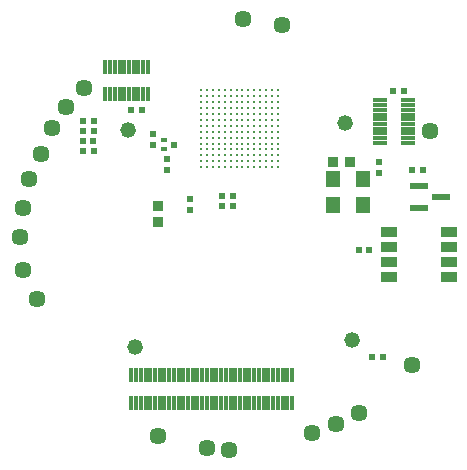
<source format=gbs>
%FSLAX25Y25*%
%MOIN*%
G70*
G01*
G75*
G04 Layer_Color=16711935*
%ADD10C,0.01000*%
%ADD11C,0.00512*%
%ADD12C,0.02000*%
%ADD13R,0.00787X0.04488*%
%ADD14R,0.01969X0.01969*%
%ADD15R,0.03000X0.03000*%
%ADD16R,0.01969X0.01969*%
%ADD17R,0.03000X0.03000*%
G04:AMPARAMS|DCode=18|XSize=33.47mil|YSize=11.02mil|CornerRadius=2.76mil|HoleSize=0mil|Usage=FLASHONLY|Rotation=0.000|XOffset=0mil|YOffset=0mil|HoleType=Round|Shape=RoundedRectangle|*
%AMROUNDEDRECTD18*
21,1,0.03347,0.00551,0,0,0.0*
21,1,0.02795,0.01102,0,0,0.0*
1,1,0.00551,0.01398,-0.00276*
1,1,0.00551,-0.01398,-0.00276*
1,1,0.00551,-0.01398,0.00276*
1,1,0.00551,0.01398,0.00276*
%
%ADD18ROUNDEDRECTD18*%
G04:AMPARAMS|DCode=19|XSize=33.47mil|YSize=11.02mil|CornerRadius=2.76mil|HoleSize=0mil|Usage=FLASHONLY|Rotation=90.000|XOffset=0mil|YOffset=0mil|HoleType=Round|Shape=RoundedRectangle|*
%AMROUNDEDRECTD19*
21,1,0.03347,0.00551,0,0,90.0*
21,1,0.02795,0.01102,0,0,90.0*
1,1,0.00551,0.00276,0.01398*
1,1,0.00551,0.00276,-0.01398*
1,1,0.00551,-0.00276,-0.01398*
1,1,0.00551,-0.00276,0.01398*
%
%ADD19ROUNDEDRECTD19*%
%ADD20R,0.03150X0.03150*%
%ADD21R,0.02165X0.01260*%
%ADD22R,0.01260X0.02165*%
%ADD23R,0.11417X0.11417*%
G04:AMPARAMS|DCode=24|XSize=19.69mil|YSize=10.63mil|CornerRadius=0mil|HoleSize=0mil|Usage=FLASHONLY|Rotation=326.000|XOffset=0mil|YOffset=0mil|HoleType=Round|Shape=Rectangle|*
%AMROTATEDRECTD24*
4,1,4,-0.01113,0.00110,-0.00519,0.00991,0.01113,-0.00110,0.00519,-0.00991,-0.01113,0.00110,0.0*
%
%ADD24ROTATEDRECTD24*%

G04:AMPARAMS|DCode=25|XSize=21.65mil|YSize=10.63mil|CornerRadius=0mil|HoleSize=0mil|Usage=FLASHONLY|Rotation=326.000|XOffset=0mil|YOffset=0mil|HoleType=Round|Shape=Rectangle|*
%AMROTATEDRECTD25*
4,1,4,-0.01195,0.00165,-0.00600,0.01046,0.01195,-0.00165,0.00600,-0.01046,-0.01195,0.00165,0.0*
%
%ADD25ROTATEDRECTD25*%

%ADD26P,0.08574X4X281.0*%
G04:AMPARAMS|DCode=27|XSize=19.69mil|YSize=10.63mil|CornerRadius=0mil|HoleSize=0mil|Usage=FLASHONLY|Rotation=56.000|XOffset=0mil|YOffset=0mil|HoleType=Round|Shape=Rectangle|*
%AMROTATEDRECTD27*
4,1,4,-0.00110,-0.01113,-0.00991,-0.00519,0.00110,0.01113,0.00991,0.00519,-0.00110,-0.01113,0.0*
%
%ADD27ROTATEDRECTD27*%

G04:AMPARAMS|DCode=28|XSize=21.65mil|YSize=10.63mil|CornerRadius=0mil|HoleSize=0mil|Usage=FLASHONLY|Rotation=56.000|XOffset=0mil|YOffset=0mil|HoleType=Round|Shape=Rectangle|*
%AMROTATEDRECTD28*
4,1,4,-0.00165,-0.01195,-0.01046,-0.00600,0.00165,0.01195,0.01046,0.00600,-0.00165,-0.01195,0.0*
%
%ADD28ROTATEDRECTD28*%

%ADD29R,0.03543X0.03740*%
%ADD30C,0.01969*%
%ADD31C,0.06811*%
%ADD32R,0.04449X0.05787*%
%ADD33R,0.05079X0.10709*%
%ADD34R,0.06693X0.04331*%
%ADD35R,0.01969X0.02362*%
%ADD36R,0.04331X0.05512*%
%ADD37R,0.04331X0.06693*%
%ADD38R,0.02362X0.00984*%
%ADD39R,0.10236X0.11811*%
%ADD40C,0.02362*%
%ADD41R,0.00984X0.02362*%
%ADD42R,0.12205X0.12205*%
%ADD43R,0.01181X0.01929*%
%ADD44R,0.01181X0.02047*%
%ADD45C,0.01500*%
%ADD46C,0.03000*%
%ADD47C,0.00600*%
%ADD48C,0.05512*%
%ADD49C,0.05000*%
%ADD50C,0.01063*%
%ADD51R,0.05000X0.03000*%
%ADD52R,0.01969X0.01850*%
%ADD53R,0.01969X0.01457*%
%ADD54R,0.04882X0.05079*%
%ADD55C,0.00984*%
%ADD56R,0.04488X0.00787*%
%ADD57R,0.05906X0.02165*%
%ADD58C,0.00700*%
%ADD59C,0.00800*%
%ADD60C,0.01200*%
%ADD61C,0.00984*%
%ADD62C,0.00394*%
%ADD63C,0.00500*%
%ADD64C,0.00787*%
%ADD65R,0.00987X0.04688*%
%ADD66R,0.02169X0.02169*%
%ADD67R,0.03200X0.03200*%
%ADD68R,0.02169X0.02169*%
%ADD69R,0.03200X0.03200*%
G04:AMPARAMS|DCode=70|XSize=35.47mil|YSize=13.02mil|CornerRadius=3.76mil|HoleSize=0mil|Usage=FLASHONLY|Rotation=0.000|XOffset=0mil|YOffset=0mil|HoleType=Round|Shape=RoundedRectangle|*
%AMROUNDEDRECTD70*
21,1,0.03547,0.00551,0,0,0.0*
21,1,0.02795,0.01302,0,0,0.0*
1,1,0.00751,0.01398,-0.00276*
1,1,0.00751,-0.01398,-0.00276*
1,1,0.00751,-0.01398,0.00276*
1,1,0.00751,0.01398,0.00276*
%
%ADD70ROUNDEDRECTD70*%
G04:AMPARAMS|DCode=71|XSize=35.47mil|YSize=13.02mil|CornerRadius=3.76mil|HoleSize=0mil|Usage=FLASHONLY|Rotation=90.000|XOffset=0mil|YOffset=0mil|HoleType=Round|Shape=RoundedRectangle|*
%AMROUNDEDRECTD71*
21,1,0.03547,0.00551,0,0,90.0*
21,1,0.02795,0.01302,0,0,90.0*
1,1,0.00751,0.00276,0.01398*
1,1,0.00751,0.00276,-0.01398*
1,1,0.00751,-0.00276,-0.01398*
1,1,0.00751,-0.00276,0.01398*
%
%ADD71ROUNDEDRECTD71*%
%ADD72R,0.03350X0.03350*%
%ADD73R,0.02365X0.01460*%
%ADD74R,0.01460X0.02365*%
%ADD75R,0.11617X0.11617*%
G04:AMPARAMS|DCode=76|XSize=21.69mil|YSize=12.63mil|CornerRadius=0mil|HoleSize=0mil|Usage=FLASHONLY|Rotation=326.000|XOffset=0mil|YOffset=0mil|HoleType=Round|Shape=Rectangle|*
%AMROTATEDRECTD76*
4,1,4,-0.01252,0.00083,-0.00546,0.01130,0.01252,-0.00083,0.00546,-0.01130,-0.01252,0.00083,0.0*
%
%ADD76ROTATEDRECTD76*%

G04:AMPARAMS|DCode=77|XSize=23.65mil|YSize=12.63mil|CornerRadius=0mil|HoleSize=0mil|Usage=FLASHONLY|Rotation=326.000|XOffset=0mil|YOffset=0mil|HoleType=Round|Shape=Rectangle|*
%AMROTATEDRECTD77*
4,1,4,-0.01334,0.00138,-0.00627,0.01185,0.01334,-0.00138,0.00627,-0.01185,-0.01334,0.00138,0.0*
%
%ADD77ROTATEDRECTD77*%

%ADD78P,0.08857X4X281.0*%
G04:AMPARAMS|DCode=79|XSize=21.69mil|YSize=12.63mil|CornerRadius=0mil|HoleSize=0mil|Usage=FLASHONLY|Rotation=56.000|XOffset=0mil|YOffset=0mil|HoleType=Round|Shape=Rectangle|*
%AMROTATEDRECTD79*
4,1,4,-0.00083,-0.01252,-0.01130,-0.00546,0.00083,0.01252,0.01130,0.00546,-0.00083,-0.01252,0.0*
%
%ADD79ROTATEDRECTD79*%

G04:AMPARAMS|DCode=80|XSize=23.65mil|YSize=12.63mil|CornerRadius=0mil|HoleSize=0mil|Usage=FLASHONLY|Rotation=56.000|XOffset=0mil|YOffset=0mil|HoleType=Round|Shape=Rectangle|*
%AMROTATEDRECTD80*
4,1,4,-0.00138,-0.01334,-0.01185,-0.00627,0.00138,0.01334,0.01185,0.00627,-0.00138,-0.01334,0.0*
%
%ADD80ROTATEDRECTD80*%

%ADD81R,0.03743X0.03940*%
%ADD82C,0.02169*%
%ADD83C,0.07011*%
%ADD84R,0.04649X0.05987*%
%ADD85R,0.05279X0.10909*%
%ADD86R,0.06893X0.04531*%
%ADD87R,0.02169X0.02562*%
%ADD88R,0.04531X0.05712*%
%ADD89R,0.04531X0.06893*%
%ADD90R,0.02562X0.01184*%
%ADD91R,0.10436X0.12011*%
%ADD92C,0.02562*%
%ADD93R,0.12405X0.12405*%
%ADD94R,0.01575X0.02323*%
%ADD95R,0.01575X0.02441*%
%ADD96C,0.05712*%
%ADD97C,0.05200*%
%ADD98R,0.01181X0.04882*%
%ADD99R,0.05200X0.03200*%
%ADD100R,0.02169X0.02050*%
%ADD101R,0.02169X0.01657*%
%ADD102R,0.05082X0.05279*%
%ADD103C,0.01184*%
%ADD104R,0.04882X0.01181*%
%ADD105R,0.06106X0.02365*%
D66*
X-2328Y12918D02*
D03*
X-5871D02*
D03*
X-5922Y9582D02*
D03*
X-2379D02*
D03*
X-32651Y41718D02*
D03*
X-36194D02*
D03*
X61021Y21732D02*
D03*
X57478D02*
D03*
X39529Y-4982D02*
D03*
X43072D02*
D03*
X47571Y-40568D02*
D03*
X44028D02*
D03*
X-52371Y28118D02*
D03*
X-48828D02*
D03*
X-52377Y31427D02*
D03*
X-48834D02*
D03*
X-52371Y34768D02*
D03*
X-48828D02*
D03*
X-52371Y37968D02*
D03*
X-48828D02*
D03*
X54549Y48068D02*
D03*
X51006D02*
D03*
D67*
X31074Y24330D02*
D03*
X36574D02*
D03*
D68*
X-16818Y11922D02*
D03*
Y8379D02*
D03*
X-29118Y30129D02*
D03*
Y33672D02*
D03*
X-24232Y25221D02*
D03*
Y21678D02*
D03*
X46182Y20656D02*
D03*
Y24199D02*
D03*
D69*
X-27418Y4206D02*
D03*
Y9706D02*
D03*
D96*
X-72441Y8849D02*
D03*
X-70431Y18733D02*
D03*
X-73428Y-542D02*
D03*
X63460Y34562D02*
D03*
X39760Y-59338D02*
D03*
X23960Y-66038D02*
D03*
X-27240Y-67038D02*
D03*
X-58040Y42512D02*
D03*
X-52090Y49012D02*
D03*
X-66440Y27012D02*
D03*
X-62740Y35812D02*
D03*
X57260Y-43438D02*
D03*
X-3740Y-71738D02*
D03*
X32060Y-63138D02*
D03*
X-11090Y-71038D02*
D03*
X1110Y71862D02*
D03*
X-72231Y-11751D02*
D03*
X-67528Y-21458D02*
D03*
X14093Y69945D02*
D03*
D97*
X37400Y-35000D02*
D03*
X-35000Y-37400D02*
D03*
X35000Y37400D02*
D03*
X-37400Y35000D02*
D03*
D98*
X-30713Y46844D02*
D03*
X-30713Y56056D02*
D03*
X-32288D02*
D03*
X-32288Y46844D02*
D03*
X-35438D02*
D03*
X-35438Y56056D02*
D03*
X-33863Y56056D02*
D03*
Y46844D02*
D03*
X-37013D02*
D03*
X-37013Y56056D02*
D03*
X-38587Y56056D02*
D03*
X-38587Y46844D02*
D03*
X-44887Y46844D02*
D03*
X-44887Y56056D02*
D03*
X-43312D02*
D03*
X-43312Y46844D02*
D03*
X-40162Y46844D02*
D03*
Y56056D02*
D03*
X-41737Y56056D02*
D03*
Y46844D02*
D03*
X-20464Y-56006D02*
D03*
Y-46794D02*
D03*
X-23614D02*
D03*
Y-56006D02*
D03*
X-26763D02*
D03*
Y-46794D02*
D03*
X-25189D02*
D03*
Y-56006D02*
D03*
X-28338D02*
D03*
Y-46794D02*
D03*
X-29913D02*
D03*
Y-56006D02*
D03*
X-36212D02*
D03*
Y-46794D02*
D03*
X-34637D02*
D03*
Y-56006D02*
D03*
X-31488D02*
D03*
Y-46794D02*
D03*
X-33063D02*
D03*
Y-56006D02*
D03*
X-17315D02*
D03*
Y-46794D02*
D03*
X-15740D02*
D03*
Y-56006D02*
D03*
X-18890D02*
D03*
Y-46794D02*
D03*
X-22039D02*
D03*
Y-56006D02*
D03*
X-14165D02*
D03*
Y-46794D02*
D03*
X-12590D02*
D03*
Y-56006D02*
D03*
X-9441D02*
D03*
Y-46794D02*
D03*
X-11015D02*
D03*
Y-56006D02*
D03*
X-7866D02*
D03*
Y-46794D02*
D03*
X-6291D02*
D03*
Y-56006D02*
D03*
X9457D02*
D03*
Y-46794D02*
D03*
X7882D02*
D03*
Y-56006D02*
D03*
X4733D02*
D03*
Y-46794D02*
D03*
X6307D02*
D03*
Y-56006D02*
D03*
X3158D02*
D03*
Y-46794D02*
D03*
X1583D02*
D03*
Y-56006D02*
D03*
X-3141Y-46794D02*
D03*
Y-56006D02*
D03*
X8D02*
D03*
Y-46794D02*
D03*
X-1567D02*
D03*
Y-56006D02*
D03*
X-4716Y-46794D02*
D03*
Y-56006D02*
D03*
X12607D02*
D03*
Y-46794D02*
D03*
X14181D02*
D03*
Y-56006D02*
D03*
X11032D02*
D03*
Y-46794D02*
D03*
X15756Y-56006D02*
D03*
Y-46794D02*
D03*
X17331D02*
D03*
Y-56006D02*
D03*
D99*
X69568Y-14050D02*
D03*
X49568Y-4050D02*
D03*
Y950D02*
D03*
X69568D02*
D03*
Y-9050D02*
D03*
X49568D02*
D03*
Y-14050D02*
D03*
X69568Y-4050D02*
D03*
D100*
X-22095Y30126D02*
D03*
D101*
X-25245Y28552D02*
D03*
Y31701D02*
D03*
D102*
X31049Y9878D02*
D03*
X41049Y18737D02*
D03*
X31049D02*
D03*
X41049Y9878D02*
D03*
D103*
X-12945Y22605D02*
D03*
X-10977D02*
D03*
X-9008D02*
D03*
X-7040D02*
D03*
X-5071D02*
D03*
X-3103D02*
D03*
X-1134D02*
D03*
X834D02*
D03*
X2803D02*
D03*
X4771D02*
D03*
X6740D02*
D03*
X8708D02*
D03*
X10677D02*
D03*
X12645D02*
D03*
X-12945Y24573D02*
D03*
X-10977D02*
D03*
X-9008D02*
D03*
X-7040D02*
D03*
X-5071D02*
D03*
X-3103D02*
D03*
X-1134D02*
D03*
X834D02*
D03*
X2803D02*
D03*
X4771D02*
D03*
X6740D02*
D03*
X8708D02*
D03*
X10677D02*
D03*
X12645D02*
D03*
X-12945Y26542D02*
D03*
X-10977D02*
D03*
X-9008D02*
D03*
X-7040D02*
D03*
X-5071D02*
D03*
X-3103D02*
D03*
X-1134D02*
D03*
X834D02*
D03*
X2803D02*
D03*
X4771D02*
D03*
X6740D02*
D03*
X8708D02*
D03*
X10677D02*
D03*
X12645D02*
D03*
X-12945Y28510D02*
D03*
X-10977D02*
D03*
X-9008D02*
D03*
X-7040D02*
D03*
X-5071D02*
D03*
X-3103D02*
D03*
X-1134D02*
D03*
X834D02*
D03*
X2803D02*
D03*
X4771D02*
D03*
X6740D02*
D03*
X8708D02*
D03*
X10677D02*
D03*
X12645D02*
D03*
X-12945Y30479D02*
D03*
X-10977D02*
D03*
X-9008D02*
D03*
X-7040D02*
D03*
X-5071D02*
D03*
X-3103D02*
D03*
X-1134D02*
D03*
X834D02*
D03*
X2803D02*
D03*
X4771D02*
D03*
X6740D02*
D03*
X8708D02*
D03*
X10677D02*
D03*
X12645D02*
D03*
X-12945Y32447D02*
D03*
X-10977D02*
D03*
X-9008D02*
D03*
X-7040D02*
D03*
X-5071D02*
D03*
X-3103D02*
D03*
X-1134D02*
D03*
X834D02*
D03*
X2803D02*
D03*
X4771D02*
D03*
X6740D02*
D03*
X8708D02*
D03*
X10677D02*
D03*
X12645D02*
D03*
X-12945Y34416D02*
D03*
X-10977D02*
D03*
X-9008D02*
D03*
X-7040D02*
D03*
X-5071D02*
D03*
X-3103D02*
D03*
X-1134D02*
D03*
X834D02*
D03*
X2803D02*
D03*
X4771D02*
D03*
X6740D02*
D03*
X8708D02*
D03*
X10677D02*
D03*
X12645D02*
D03*
X-12945Y36384D02*
D03*
X-10977D02*
D03*
X-9008D02*
D03*
X-7040D02*
D03*
X-5071D02*
D03*
X-3103D02*
D03*
X-1134D02*
D03*
X834D02*
D03*
X2803D02*
D03*
X4771D02*
D03*
X6740D02*
D03*
X8708D02*
D03*
X10677D02*
D03*
X12645D02*
D03*
X-12945Y38353D02*
D03*
X-10977D02*
D03*
X-9008D02*
D03*
X-7040D02*
D03*
X-5071D02*
D03*
X-3103D02*
D03*
X-1134D02*
D03*
X834D02*
D03*
X2803D02*
D03*
X4771D02*
D03*
X6740D02*
D03*
X8708D02*
D03*
X10677D02*
D03*
X12645D02*
D03*
X-12945Y40321D02*
D03*
X-10977D02*
D03*
X-9008D02*
D03*
X-7040D02*
D03*
X-5071D02*
D03*
X-3103D02*
D03*
X-1134D02*
D03*
X834D02*
D03*
X2803D02*
D03*
X4771D02*
D03*
X6740D02*
D03*
X8708D02*
D03*
X10677D02*
D03*
X12645D02*
D03*
X-12945Y42290D02*
D03*
X-10977D02*
D03*
X-9008D02*
D03*
X-7040D02*
D03*
X-5071D02*
D03*
X-3103D02*
D03*
X-1134D02*
D03*
X834D02*
D03*
X2803D02*
D03*
X4771D02*
D03*
X6740D02*
D03*
X8708D02*
D03*
X10677D02*
D03*
X12645D02*
D03*
X-12945Y44258D02*
D03*
X-10977D02*
D03*
X-9008D02*
D03*
X-7040D02*
D03*
X-5071D02*
D03*
X-3103D02*
D03*
X-1134D02*
D03*
X834D02*
D03*
X2803D02*
D03*
X4771D02*
D03*
X6740D02*
D03*
X8708D02*
D03*
X10677D02*
D03*
X12645D02*
D03*
X-12945Y46227D02*
D03*
X-10977D02*
D03*
X-9008D02*
D03*
X-7040D02*
D03*
X-5071D02*
D03*
X-3103D02*
D03*
X-1134D02*
D03*
X834D02*
D03*
X2803D02*
D03*
X4771D02*
D03*
X6740D02*
D03*
X8708D02*
D03*
X10677D02*
D03*
X12645D02*
D03*
X-12945Y48195D02*
D03*
X-10977D02*
D03*
X-9008D02*
D03*
X-7040D02*
D03*
X-5071D02*
D03*
X-3103D02*
D03*
X-1134D02*
D03*
X834D02*
D03*
X2803D02*
D03*
X4771D02*
D03*
X6740D02*
D03*
X8708D02*
D03*
X10677D02*
D03*
X12645D02*
D03*
D104*
X55956Y33863D02*
D03*
X46744D02*
D03*
X46744Y35438D02*
D03*
X55956D02*
D03*
X55956Y32288D02*
D03*
X46744Y32288D02*
D03*
X46744Y30713D02*
D03*
X55956Y30713D02*
D03*
X55956Y37013D02*
D03*
X46744Y37013D02*
D03*
X46744Y38587D02*
D03*
X55956Y38587D02*
D03*
Y41737D02*
D03*
X46744D02*
D03*
X46744Y40162D02*
D03*
X55956Y40162D02*
D03*
Y43312D02*
D03*
X46744Y43312D02*
D03*
X46744Y44887D02*
D03*
X55956Y44887D02*
D03*
D105*
X59510Y8860D02*
D03*
Y16340D02*
D03*
X66990Y12600D02*
D03*
M02*

</source>
